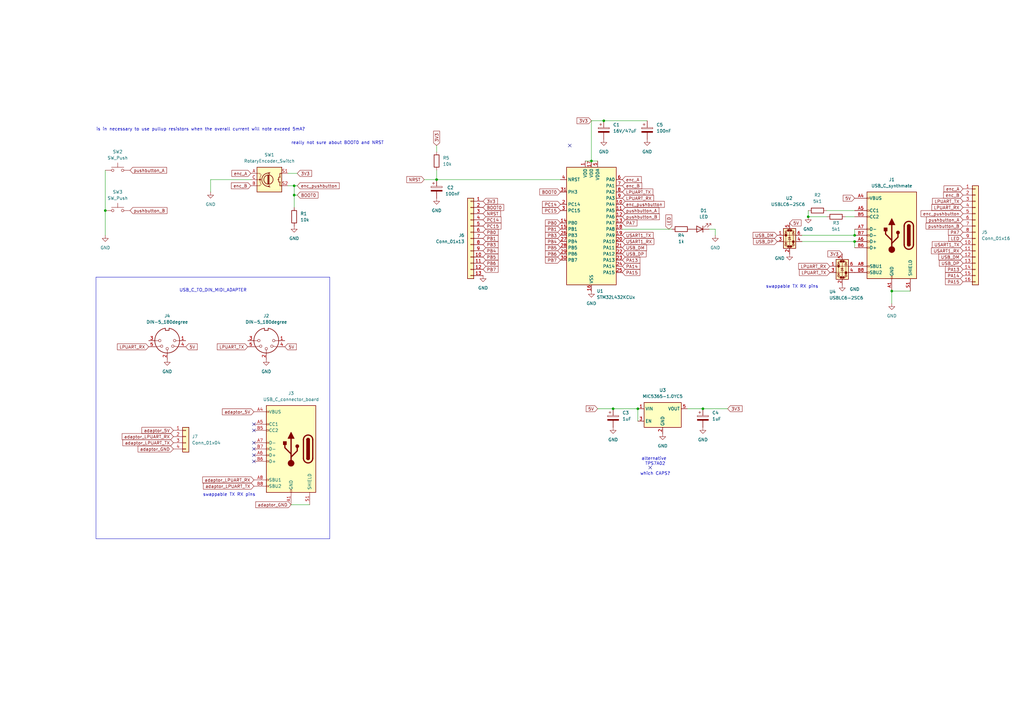
<source format=kicad_sch>
(kicad_sch (version 20250114) (generator "eeschema") (generator_version "9.0")
  (paper "A3")
  (lib_symbols
    (symbol "Connector:DIN-5_180degree" (pin_names (offset 1.016))
      (property "Reference" "J" (at 3.175 5.715 0))
      (property "Value" "DIN-5_180degree" (at 0 -6.35 0))
      (symbol "DIN-5_180degree_0_1"
        (polyline (pts (xy -5.08 2.54) (xy -4.318 2.54) (xy -2.794 2.286)))
        (polyline (pts (xy -5.08 0) (xy -3.556 0)))
        (circle (center -3.048 0) (radius 0.508))
        (circle (center -2.286 2.286) (radius 0.508))
        (polyline (pts (xy -0.762 -4.953) (xy -0.762 -4.191) (xy 0.762 -4.191) (xy 0.762 -4.953)) (stroke (width 0.254)))
        (arc (start 5.08 0) (mid 3.8673 -3.3444) (end 0.762 -5.08) (stroke (width 0.254)))
        (polyline (pts (xy 0 5.08) (xy 0 3.81)))
        (circle (center 0 3.302) (radius 0.508))
        (arc (start -5.08 0) (mid 0 5.0579) (end 5.08 0) (stroke (width 0.254)))
        (arc (start -0.762 -5.08) (mid -3.8597 -3.3379) (end -5.08 0) (stroke (width 0.254)))
        (circle (center 2.286 2.286) (radius 0.508))
        (circle (center 3.048 0) (radius 0.508))
        (polyline (pts (xy 5.08 2.54) (xy 4.318 2.54) (xy 2.794 2.286)))
        (polyline (pts (xy 5.08 0) (xy 3.556 0)))
      )
      (symbol "DIN-5_180degree_1_1"
        (pin passive line (at -7.62 2.54 0) (length 2.54) (name "~") (number "4"))
        (pin passive line (at -7.62 0 0) (length 2.54) (name "~") (number "1"))
        (pin passive line (at 0 7.62 270) (length 2.54) (name "~") (number "2"))
        (pin passive line (at 7.62 2.54 180) (length 2.54) (name "~") (number "5"))
        (pin passive line (at 7.62 0 180) (length 2.54) (name "~") (number "3"))
      )
    )
    (symbol "Connector:USB_C_Receptacle_USB2.0_16P" (pin_names (offset 1.016))
      (property "Reference" "J" (at 0 22.225 0))
      (property "Value" "USB_C_Receptacle_USB2.0_16P" (at 0 19.685 0))
      (symbol "USB_C_Receptacle_USB2.0_16P_0_0"
        (rectangle (start -0.254 -17.78) (end 0.254 -16.764))
        (rectangle (start 10.16 15.494) (end 9.144 14.986))
        (rectangle (start 10.16 10.414) (end 9.144 9.906))
        (rectangle (start 10.16 7.874) (end 9.144 7.366))
        (rectangle (start 10.16 2.794) (end 9.144 2.286))
        (rectangle (start 10.16 0.254) (end 9.144 -0.254))
        (rectangle (start 10.16 -2.286) (end 9.144 -2.794))
        (rectangle (start 10.16 -4.826) (end 9.144 -5.334))
        (rectangle (start 10.16 -12.446) (end 9.144 -12.954))
        (rectangle (start 10.16 -14.986) (end 9.144 -15.494))
      )
      (symbol "USB_C_Receptacle_USB2.0_16P_0_1"
        (rectangle (start -10.16 17.78) (end 10.16 -17.78) (stroke (width 0.254)) (fill (type background)))
        (polyline (pts (xy -8.89 -3.81) (xy -8.89 3.81)) (stroke (width 0.508)))
        (rectangle (start -7.62 -3.81) (end -6.35 3.81) (stroke (width 0.254)) (fill (type outline)))
        (arc (start -7.62 3.81) (mid -6.985 4.4423) (end -6.35 3.81) (stroke (width 0.254)))
        (arc (start -7.62 3.81) (mid -6.985 4.4423) (end -6.35 3.81) (stroke (width 0.254)) (fill (type outline)))
        (arc (start -8.89 3.81) (mid -6.985 5.7067) (end -5.08 3.81) (stroke (width 0.508)))
        (arc (start -5.08 -3.81) (mid -6.985 -5.7067) (end -8.89 -3.81) (stroke (width 0.508)))
        (arc (start -6.35 -3.81) (mid -6.985 -4.4423) (end -7.62 -3.81) (stroke (width 0.254)))
        (arc (start -6.35 -3.81) (mid -6.985 -4.4423) (end -7.62 -3.81) (stroke (width 0.254)) (fill (type outline)))
        (polyline (pts (xy -5.08 3.81) (xy -5.08 -3.81)) (stroke (width 0.508)))
        (circle (center -2.54 1.143) (radius 0.635) (stroke (width 0.254)) (fill (type outline)))
        (polyline (pts (xy -1.27 4.318) (xy 0 6.858) (xy 1.27 4.318) (xy -1.27 4.318)) (stroke (width 0.254)) (fill (type outline)))
        (polyline (pts (xy 0 -2.032) (xy 2.54 0.508) (xy 2.54 1.778)) (stroke (width 0.508)))
        (polyline (pts (xy 0 -3.302) (xy -2.54 -0.762) (xy -2.54 0.508)) (stroke (width 0.508)))
        (polyline (pts (xy 0 -5.842) (xy 0 4.318)) (stroke (width 0.508)))
        (circle (center 0 -5.842) (radius 1.27) (fill (type outline)))
        (rectangle (start 1.905 1.778) (end 3.175 3.048) (stroke (width 0.254)) (fill (type outline)))
      )
      (symbol "USB_C_Receptacle_USB2.0_16P_1_1"
        (pin passive line (at -7.62 -22.86 90) (length 5.08) (name "SHIELD") (number "S1"))
        (pin passive line (at 0 -22.86 90) (length 5.08) (name "GND") (number "A1"))
        (pin passive line (at 0 -22.86 90) (length 5.08) (hide yes) (name "GND") (number "A12"))
        (pin passive line (at 0 -22.86 90) (length 5.08) (hide yes) (name "GND") (number "B1"))
        (pin passive line (at 0 -22.86 90) (length 5.08) (hide yes) (name "GND") (number "B12"))
        (pin passive line (at 15.24 15.24 180) (length 5.08) (name "VBUS") (number "A4"))
        (pin passive line (at 15.24 15.24 180) (length 5.08) (hide yes) (name "VBUS") (number "A9"))
        (pin passive line (at 15.24 15.24 180) (length 5.08) (hide yes) (name "VBUS") (number "B4"))
        (pin passive line (at 15.24 15.24 180) (length 5.08) (hide yes) (name "VBUS") (number "B9"))
        (pin bidirectional line (at 15.24 10.16 180) (length 5.08) (name "CC1") (number "A5"))
        (pin bidirectional line (at 15.24 7.62 180) (length 5.08) (name "CC2") (number "B5"))
        (pin bidirectional line (at 15.24 2.54 180) (length 5.08) (name "D-") (number "A7"))
        (pin bidirectional line (at 15.24 0 180) (length 5.08) (name "D-") (number "B7"))
        (pin bidirectional line (at 15.24 -2.54 180) (length 5.08) (name "D+") (number "A6"))
        (pin bidirectional line (at 15.24 -5.08 180) (length 5.08) (name "D+") (number "B6"))
        (pin bidirectional line (at 15.24 -12.7 180) (length 5.08) (name "SBU1") (number "A8"))
        (pin bidirectional line (at 15.24 -15.24 180) (length 5.08) (name "SBU2") (number "B8"))
      )
    )
    (symbol "Connector_Generic:Conn_01x04" (pin_names (offset 1.016) (hide yes))
      (property "Reference" "J" (at 0 5.08 0))
      (property "Value" "Conn_01x04" (at 0 -7.62 0))
      (symbol "Conn_01x04_1_1"
        (rectangle (start -1.27 3.81) (end 1.27 -6.35) (stroke (width 0.254)) (fill (type background)))
        (rectangle (start -1.27 2.667) (end 0 2.413) (stroke (width 0.1524)))
        (rectangle (start -1.27 0.127) (end 0 -0.127) (stroke (width 0.1524)))
        (rectangle (start -1.27 -2.413) (end 0 -2.667) (stroke (width 0.1524)))
        (rectangle (start -1.27 -4.953) (end 0 -5.207) (stroke (width 0.1524)))
        (pin passive line (at -5.08 2.54 0) (length 3.81) (name "Pin_1") (number "1"))
        (pin passive line (at -5.08 0 0) (length 3.81) (name "Pin_2") (number "2"))
        (pin passive line (at -5.08 -2.54 0) (length 3.81) (name "Pin_3") (number "3"))
        (pin passive line (at -5.08 -5.08 0) (length 3.81) (name "Pin_4") (number "4"))
      )
    )
    (symbol "Connector_Generic:Conn_01x13" (pin_names (offset 1.016) (hide yes))
      (property "Reference" "J" (at 0 17.78 0))
      (property "Value" "Conn_01x13" (at 0 -17.78 0))
      (symbol "Conn_01x13_1_1"
        (rectangle (start -1.27 16.51) (end 1.27 -16.51) (stroke (width 0.254)) (fill (type background)))
        (rectangle (start -1.27 15.367) (end 0 15.113) (stroke (width 0.1524)))
        (rectangle (start -1.27 12.827) (end 0 12.573) (stroke (width 0.1524)))
        (rectangle (start -1.27 10.287) (end 0 10.033) (stroke (width 0.1524)))
        (rectangle (start -1.27 7.747) (end 0 7.493) (stroke (width 0.1524)))
        (rectangle (start -1.27 5.207) (end 0 4.953) (stroke (width 0.1524)))
        (rectangle (start -1.27 2.667) (end 0 2.413) (stroke (width 0.1524)))
        (rectangle (start -1.27 0.127) (end 0 -0.127) (stroke (width 0.1524)))
        (rectangle (start -1.27 -2.413) (end 0 -2.667) (stroke (width 0.1524)))
        (rectangle (start -1.27 -4.953) (end 0 -5.207) (stroke (width 0.1524)))
        (rectangle (start -1.27 -7.493) (end 0 -7.747) (stroke (width 0.1524)))
        (rectangle (start -1.27 -10.033) (end 0 -10.287) (stroke (width 0.1524)))
        (rectangle (start -1.27 -12.573) (end 0 -12.827) (stroke (width 0.1524)))
        (rectangle (start -1.27 -15.113) (end 0 -15.367) (stroke (width 0.1524)))
        (pin passive line (at -5.08 15.24 0) (length 3.81) (name "Pin_1") (number "1"))
        (pin passive line (at -5.08 12.7 0) (length 3.81) (name "Pin_2") (number "2"))
        (pin passive line (at -5.08 10.16 0) (length 3.81) (name "Pin_3") (number "3"))
        (pin passive line (at -5.08 7.62 0) (length 3.81) (name "Pin_4") (number "4"))
        (pin passive line (at -5.08 5.08 0) (length 3.81) (name "Pin_5") (number "5"))
        (pin passive line (at -5.08 2.54 0) (length 3.81) (name "Pin_6") (number "6"))
        (pin passive line (at -5.08 0 0) (length 3.81) (name "Pin_7") (number "7"))
        (pin passive line (at -5.08 -2.54 0) (length 3.81) (name "Pin_8") (number "8"))
        (pin passive line (at -5.08 -5.08 0) (length 3.81) (name "Pin_9") (number "9"))
        (pin passive line (at -5.08 -7.62 0) (length 3.81) (name "Pin_10") (number "10"))
        (pin passive line (at -5.08 -10.16 0) (length 3.81) (name "Pin_11") (number "11"))
        (pin passive line (at -5.08 -12.7 0) (length 3.81) (name "Pin_12") (number "12"))
        (pin passive line (at -5.08 -15.24 0) (length 3.81) (name "Pin_13") (number "13"))
      )
    )
    (symbol "Connector_Generic:Conn_01x16" (pin_names (offset 1.016) (hide yes))
      (property "Reference" "J" (at 0 20.32 0))
      (property "Value" "Conn_01x16" (at 0 -22.86 0))
      (symbol "Conn_01x16_1_1"
        (rectangle (start -1.27 19.05) (end 1.27 -21.59) (stroke (width 0.254)) (fill (type background)))
        (rectangle (start -1.27 17.907) (end 0 17.653) (stroke (width 0.1524)))
        (rectangle (start -1.27 15.367) (end 0 15.113) (stroke (width 0.1524)))
        (rectangle (start -1.27 12.827) (end 0 12.573) (stroke (width 0.1524)))
        (rectangle (start -1.27 10.287) (end 0 10.033) (stroke (width 0.1524)))
        (rectangle (start -1.27 7.747) (end 0 7.493) (stroke (width 0.1524)))
        (rectangle (start -1.27 5.207) (end 0 4.953) (stroke (width 0.1524)))
        (rectangle (start -1.27 2.667) (end 0 2.413) (stroke (width 0.1524)))
        (rectangle (start -1.27 0.127) (end 0 -0.127) (stroke (width 0.1524)))
        (rectangle (start -1.27 -2.413) (end 0 -2.667) (stroke (width 0.1524)))
        (rectangle (start -1.27 -4.953) (end 0 -5.207) (stroke (width 0.1524)))
        (rectangle (start -1.27 -7.493) (end 0 -7.747) (stroke (width 0.1524)))
        (rectangle (start -1.27 -10.033) (end 0 -10.287) (stroke (width 0.1524)))
        (rectangle (start -1.27 -12.573) (end 0 -12.827) (stroke (width 0.1524)))
        (rectangle (start -1.27 -15.113) (end 0 -15.367) (stroke (width 0.1524)))
        (rectangle (start -1.27 -17.653) (end 0 -17.907) (stroke (width 0.1524)))
        (rectangle (start -1.27 -20.193) (end 0 -20.447) (stroke (width 0.1524)))
        (pin passive line (at -5.08 17.78 0) (length 3.81) (name "Pin_1") (number "1"))
        (pin passive line (at -5.08 15.24 0) (length 3.81) (name "Pin_2") (number "2"))
        (pin passive line (at -5.08 12.7 0) (length 3.81) (name "Pin_3") (number "3"))
        (pin passive line (at -5.08 10.16 0) (length 3.81) (name "Pin_4") (number "4"))
        (pin passive line (at -5.08 7.62 0) (length 3.81) (name "Pin_5") (number "5"))
        (pin passive line (at -5.08 5.08 0) (length 3.81) (name "Pin_6") (number "6"))
        (pin passive line (at -5.08 2.54 0) (length 3.81) (name "Pin_7") (number "7"))
        (pin passive line (at -5.08 0 0) (length 3.81) (name "Pin_8") (number "8"))
        (pin passive line (at -5.08 -2.54 0) (length 3.81) (name "Pin_9") (number "9"))
        (pin passive line (at -5.08 -5.08 0) (length 3.81) (name "Pin_10") (number "10"))
        (pin passive line (at -5.08 -7.62 0) (length 3.81) (name "Pin_11") (number "11"))
        (pin passive line (at -5.08 -10.16 0) (length 3.81) (name "Pin_12") (number "12"))
        (pin passive line (at -5.08 -12.7 0) (length 3.81) (name "Pin_13") (number "13"))
        (pin passive line (at -5.08 -15.24 0) (length 3.81) (name "Pin_14") (number "14"))
        (pin passive line (at -5.08 -17.78 0) (length 3.81) (name "Pin_15") (number "15"))
        (pin passive line (at -5.08 -20.32 0) (length 3.81) (name "Pin_16") (number "16"))
      )
    )
    (symbol "Device:C_Polarized" (pin_numbers (hide yes)) (pin_names (offset 0.254))
      (property "Reference" "C" (at 0.635 2.54 0))
      (property "Value" "C_Polarized" (at 0.635 -2.54 0))
      (symbol "C_Polarized_0_1"
        (rectangle (start -2.286 0.508) (end 2.286 1.016))
        (polyline (pts (xy -1.778 2.286) (xy -0.762 2.286)))
        (polyline (pts (xy -1.27 2.794) (xy -1.27 1.778)))
        (rectangle (start 2.286 -0.508) (end -2.286 -1.016) (fill (type outline)))
      )
      (symbol "C_Polarized_1_1"
        (pin passive line (at 0 3.81 270) (length 2.794) (name "~") (number "1"))
        (pin passive line (at 0 -3.81 90) (length 2.794) (name "~") (number "2"))
      )
    )
    (symbol "Device:LED" (pin_numbers (hide yes)) (pin_names (offset 1.016) (hide yes))
      (property "Reference" "D" (at 0 2.54 0))
      (property "Value" "LED" (at 0 -2.54 0))
      (symbol "LED_0_1"
        (polyline (pts (xy -3.048 -0.762) (xy -4.572 -2.286) (xy -3.81 -2.286) (xy -4.572 -2.286) (xy -4.572 -1.524)))
        (polyline (pts (xy -1.778 -0.762) (xy -3.302 -2.286) (xy -2.54 -2.286) (xy -3.302 -2.286) (xy -3.302 -1.524)))
        (polyline (pts (xy -1.27 0) (xy 1.27 0)))
        (polyline (pts (xy -1.27 -1.27) (xy -1.27 1.27)) (stroke (width 0.254)))
        (polyline (pts (xy 1.27 -1.27) (xy 1.27 1.27) (xy -1.27 0) (xy 1.27 -1.27)) (stroke (width 0.254)))
      )
      (symbol "LED_1_1"
        (pin passive line (at -3.81 0 0) (length 2.54) (name "K") (number "1"))
        (pin passive line (at 3.81 0 180) (length 2.54) (name "A") (number "2"))
      )
    )
    (symbol "Device:R" (pin_numbers (hide yes)) (pin_names (offset 0))
      (property "Reference" "R" (at 2.032 0 90))
      (property "Value" "R" (at 0 0 90))
      (symbol "R_0_1"
        (rectangle (start -1.016 -2.54) (end 1.016 2.54) (stroke (width 0.254)))
      )
      (symbol "R_1_1"
        (pin passive line (at 0 3.81 270) (length 1.27) (name "~") (number "1"))
        (pin passive line (at 0 -3.81 90) (length 1.27) (name "~") (number "2"))
      )
    )
    (symbol "Device:RotaryEncoder_Switch" (pin_names (offset 0.254) (hide yes))
      (property "Reference" "SW" (at 0 6.604 0))
      (property "Value" "RotaryEncoder_Switch" (at 0 -6.604 0))
      (symbol "RotaryEncoder_Switch_0_1"
        (rectangle (start -5.08 5.08) (end 5.08 -5.08) (stroke (width 0.254)) (fill (type background)))
        (polyline (pts (xy -5.08 2.54) (xy -3.81 2.54) (xy -3.81 2.032)))
        (polyline (pts (xy -5.08 0) (xy -3.81 0) (xy -3.81 -1.016) (xy -3.302 -2.032)))
        (polyline (pts (xy -5.08 -2.54) (xy -3.81 -2.54) (xy -3.81 -2.032)))
        (polyline (pts (xy -4.318 0) (xy -3.81 0) (xy -3.81 1.016) (xy -3.302 2.032)))
        (circle (center -3.81 0) (radius 0.254) (fill (type outline)))
        (polyline (pts (xy -0.635 -1.778) (xy -0.635 1.778)) (stroke (width 0.254)))
        (circle (center -0.381 0) (radius 1.905) (stroke (width 0.254)))
        (polyline (pts (xy -0.381 -1.778) (xy -0.381 1.778)) (stroke (width 0.254)))
        (arc (start -0.381 -2.794) (mid -3.0988 -0.0635) (end -0.381 2.667) (stroke (width 0.254)))
        (polyline (pts (xy -0.127 1.778) (xy -0.127 -1.778)) (stroke (width 0.254)))
        (polyline (pts (xy 0.254 2.921) (xy -0.508 2.667) (xy 0.127 2.286)) (stroke (width 0.254)))
        (polyline (pts (xy 0.254 -3.048) (xy -0.508 -2.794) (xy 0.127 -2.413)) (stroke (width 0.254)))
        (polyline (pts (xy 3.81 1.016) (xy 3.81 -1.016)) (stroke (width 0.254)))
        (polyline (pts (xy 3.81 0) (xy 3.429 0)) (stroke (width 0.254)))
        (circle (center 4.318 1.016) (radius 0.127) (stroke (width 0.254)))
        (circle (center 4.318 -1.016) (radius 0.127) (stroke (width 0.254)))
        (polyline (pts (xy 5.08 2.54) (xy 4.318 2.54) (xy 4.318 1.016)) (stroke (width 0.254)))
        (polyline (pts (xy 5.08 -2.54) (xy 4.318 -2.54) (xy 4.318 -1.016)) (stroke (width 0.254)))
      )
      (symbol "RotaryEncoder_Switch_1_1"
        (pin passive line (at -7.62 2.54 0) (length 2.54) (name "A") (number "A"))
        (pin passive line (at -7.62 0 0) (length 2.54) (name "C") (number "C"))
        (pin passive line (at -7.62 -2.54 0) (length 2.54) (name "B") (number "B"))
        (pin passive line (at 7.62 2.54 180) (length 2.54) (name "S1") (number "S1"))
        (pin passive line (at 7.62 -2.54 180) (length 2.54) (name "S2") (number "S2"))
      )
    )
    (symbol "MCU_ST_STM32L4:STM32L432KCUx"
      (property "Reference" "U" (at -10.16 26.67 0))
      (property "Value" "STM32L432KCUx" (at 5.08 26.67 0))
      (symbol "STM32L432KCUx_0_1"
        (rectangle (start -10.16 -22.86) (end 10.16 25.4) (stroke (width 0.254)) (fill (type background)))
      )
      (symbol "STM32L432KCUx_1_1"
        (pin input line (at -12.7 20.32 0) (length 2.54) (name "NRST") (number "4"))
        (pin bidirectional line (at -12.7 15.24 0) (length 2.54) (name "PH3") (number "31"))
        (pin bidirectional line (at -12.7 10.16 0) (length 2.54) (name "PC14") (number "2"))
        (pin bidirectional line (at -12.7 7.62 0) (length 2.54) (name "PC15") (number "3"))
        (pin bidirectional line (at -12.7 2.54 0) (length 2.54) (name "PB0") (number "14"))
        (pin bidirectional line (at -12.7 0 0) (length 2.54) (name "PB1") (number "15"))
        (pin bidirectional line (at -12.7 -2.54 0) (length 2.54) (name "PB3") (number "26"))
        (pin bidirectional line (at -12.7 -5.08 0) (length 2.54) (name "PB4") (number "27"))
        (pin bidirectional line (at -12.7 -7.62 0) (length 2.54) (name "PB5") (number "28"))
        (pin bidirectional line (at -12.7 -10.16 0) (length 2.54) (name "PB6") (number "29"))
        (pin bidirectional line (at -12.7 -12.7 0) (length 2.54) (name "PB7") (number "30"))
        (pin power_in line (at -2.54 27.94 270) (length 2.54) (name "VDD") (number "1"))
        (pin power_in line (at 0 27.94 270) (length 2.54) (name "VDD") (number "17"))
        (pin power_in line (at 0 -25.4 90) (length 2.54) (name "VSS") (number "16"))
        (pin passive line (at 0 -25.4 90) (length 2.54) (hide yes) (name "VSS") (number "32"))
        (pin passive line (at 0 -25.4 90) (length 2.54) (hide yes) (name "VSS") (number "33"))
        (pin power_in line (at 2.54 27.94 270) (length 2.54) (name "VDDA") (number "5"))
        (pin bidirectional line (at 12.7 20.32 180) (length 2.54) (name "PA0") (number "6"))
        (pin bidirectional line (at 12.7 17.78 180) (length 2.54) (name "PA1") (number "7"))
        (pin bidirectional line (at 12.7 15.24 180) (length 2.54) (name "PA2") (number "8"))
        (pin bidirectional line (at 12.7 12.7 180) (length 2.54) (name "PA3") (number "9"))
        (pin bidirectional line (at 12.7 10.16 180) (length 2.54) (name "PA4") (number "10"))
        (pin bidirectional line (at 12.7 7.62 180) (length 2.54) (name "PA5") (number "11"))
        (pin bidirectional line (at 12.7 5.08 180) (length 2.54) (name "PA6") (number "12"))
        (pin bidirectional line (at 12.7 2.54 180) (length 2.54) (name "PA7") (number "13"))
        (pin bidirectional line (at 12.7 0 180) (length 2.54) (name "PA8") (number "18"))
        (pin bidirectional line (at 12.7 -2.54 180) (length 2.54) (name "PA9") (number "19"))
        (pin bidirectional line (at 12.7 -5.08 180) (length 2.54) (name "PA10") (number "20"))
        (pin bidirectional line (at 12.7 -7.62 180) (length 2.54) (name "PA11") (number "21"))
        (pin bidirectional line (at 12.7 -10.16 180) (length 2.54) (name "PA12") (number "22"))
        (pin bidirectional line (at 12.7 -12.7 180) (length 2.54) (name "PA13") (number "23"))
        (pin bidirectional line (at 12.7 -15.24 180) (length 2.54) (name "PA14") (number "24"))
        (pin bidirectional line (at 12.7 -17.78 180) (length 2.54) (name "PA15") (number "25"))
      )
    )
    (symbol "Power_Protection:USBLC6-2SC6" (pin_names (hide yes))
      (property "Reference" "U" (at 0.635 5.715 0))
      (property "Value" "USBLC6-2SC6" (at 0.635 3.81 0))
      (symbol "USBLC6-2SC6_0_0"
        (circle (center -1.524 0) (radius 0.0001) (stroke (width 0.508)))
        (circle (center -0.508 2.032) (radius 0.0001) (stroke (width 0.508)))
        (circle (center -0.508 -4.572) (radius 0.0001) (stroke (width 0.508)))
        (circle (center 0.508 2.032) (radius 0.0001) (stroke (width 0.508)))
        (circle (center 0.508 -4.572) (radius 0.0001) (stroke (width 0.508)))
        (circle (center 1.524 -2.54) (radius 0.0001) (stroke (width 0.508)))
      )
      (symbol "USBLC6-2SC6_0_1"
        (polyline (pts (xy -2.54 0) (xy 2.54 0)))
        (polyline (pts (xy -2.54 -2.54) (xy 2.54 -2.54)))
        (polyline (pts (xy -2.032 0.508) (xy -1.016 0.508) (xy -1.524 1.524) (xy -2.032 0.508)))
        (polyline (pts (xy -2.032 -3.048) (xy -1.016 -3.048)))
        (polyline (pts (xy -1.016 1.524) (xy -2.032 1.524)))
        (polyline (pts (xy -1.016 -4.064) (xy -2.032 -4.064) (xy -1.524 -3.048) (xy -1.016 -4.064)))
        (polyline (pts (xy -0.508 -1.143) (xy -0.508 -0.762) (xy 0.508 -0.762)))
        (polyline (pts (xy 0 2.54) (xy -0.508 2.032) (xy 0.508 2.032) (xy 0 1.524) (xy 0 -4.064) (xy -0.508 -4.572) (xy 0.508 -4.572) (xy 0 -5.08)))
        (polyline (pts (xy 0.508 -1.778) (xy -0.508 -1.778) (xy 0 -0.762) (xy 0.508 -1.778)))
        (polyline (pts (xy 1.016 1.524) (xy 2.032 1.524)))
        (polyline (pts (xy 1.016 -3.048) (xy 2.032 -3.048)))
        (polyline (pts (xy 2.032 0.508) (xy 1.016 0.508) (xy 1.524 1.524) (xy 2.032 0.508)))
        (polyline (pts (xy 2.032 -4.064) (xy 1.016 -4.064) (xy 1.524 -3.048) (xy 2.032 -4.064)))
      )
      (symbol "USBLC6-2SC6_1_1"
        (rectangle (start -2.54 2.794) (end 2.54 -5.334) (stroke (width 0.254)) (fill (type background)))
        (polyline (pts (xy -0.508 2.032) (xy -1.524 2.032) (xy -1.524 -4.572) (xy -0.508 -4.572)))
        (polyline (pts (xy 0.508 -4.572) (xy 1.524 -4.572) (xy 1.524 2.032) (xy 0.508 2.032)))
        (pin passive line (at -5.08 0 0) (length 2.54) (name "I/O1") (number "1"))
        (pin passive line (at -5.08 -2.54 0) (length 2.54) (name "I/O2") (number "3"))
        (pin passive line (at 0 5.08 270) (length 2.54) (name "VBUS") (number "5"))
        (pin passive line (at 0 -7.62 90) (length 2.54) (name "GND") (number "2"))
        (pin passive line (at 5.08 0 180) (length 2.54) (name "I/O1") (number "6"))
        (pin passive line (at 5.08 -2.54 180) (length 2.54) (name "I/O2") (number "4"))
      )
    )
    (symbol "Regulator_Linear:MIC5365-1.0YC5"
      (property "Reference" "U" (at -6.35 6.35 0))
      (property "Value" "MIC5365-1.0YC5" (at 0 6.35 0))
      (symbol "MIC5365-1.0YC5_0_1"
        (rectangle (start -7.62 -5.08) (end 7.62 5.08) (stroke (width 0.254)) (fill (type background)))
      )
      (symbol "MIC5365-1.0YC5_1_1"
        (pin power_in line (at -10.16 2.54 0) (length 2.54) (name "VIN") (number "1"))
        (pin input line (at -10.16 -2.54 0) (length 2.54) (name "EN") (number "3"))
        (pin power_in line (at 0 -7.62 90) (length 2.54) (name "GND") (number "2"))
        (pin no_connect line (at 7.62 -2.54 180) (length 2.54) (hide yes) (name "NC") (number "4"))
        (pin power_out line (at 10.16 2.54 180) (length 2.54) (name "VOUT") (number "5"))
      )
    )
    (symbol "Switch:SW_Push" (pin_numbers (hide yes)) (pin_names (offset 1.016) (hide yes))
      (property "Reference" "SW" (at 1.27 2.54 0))
      (property "Value" "SW_Push" (at 0 -1.524 0))
      (symbol "SW_Push_0_1"
        (circle (center -2.032 0) (radius 0.508))
        (polyline (pts (xy 0 1.27) (xy 0 3.048)))
        (circle (center 2.032 0) (radius 0.508))
        (polyline (pts (xy 2.54 1.27) (xy -2.54 1.27)))
        (pin passive line (at -5.08 0 0) (length 2.54) (name "1") (number "1"))
        (pin passive line (at 5.08 0 180) (length 2.54) (name "2") (number "2"))
      )
    )
    (symbol "power:GND" (power) (pin_numbers (hide yes)) (pin_names (offset 0) (hide yes))
      (property "Value" "GND" (at 0 -3.81 0))
      (symbol "GND_0_1"
        (polyline (pts (xy 0 0) (xy 0 -1.27) (xy 1.27 -1.27) (xy 0 -2.54) (xy -1.27 -1.27) (xy 0 -1.27)))
      )
      (symbol "GND_1_1"
        (pin power_in line (at 0 0 270) (length 0) (name "~") (number "1"))
      )
    )
  )
  (rectangle (start 39.37 113.665) (end 135.255 220.98))
  (text "really not sure about BOOT0 and NRST\n\n" (at 138.43 59.69 0) (effects (font (size 1.27 1.27))))
  (text "swappable TX RX pins\n" (at 93.98 202.946 0) (effects (font (size 1.27 1.27))))
  (text "alternative \nTPS7A02\n\nwhich CAPS?\n" (at 268.732 191.262 0) (effects (font (size 1.27 1.27))))
  (text "is in necessary to use pullup resistors when the overall current will note exceed 5mA?\n" (at 82.296 53.086 0) (effects (font (size 1.27 1.27))))
  (text "USB_C_TO_DIN_MIDI_ADAPTER" (at 87.376 119.126 0) (effects (font (size 1.27 1.27))))
  (text "swappable TX RX pins\n" (at 324.866 117.602 0) (effects (font (size 1.27 1.27))))
  (junction (at 331.47 88.9))
  (junction (at 350.52 96.52))
  (junction (at 120.65 80.01))
  (junction (at 288.29 167.64))
  (junction (at 179.07 73.66))
  (junction (at 350.52 99.06))
  (junction (at 242.57 66.04))
  (junction (at 365.76 119.38))
  (junction (at 261.62 167.64))
  (junction (at 251.46 167.64))
  (junction (at 43.18 86.36))
  (junction (at 120.65 76.2))
  (junction (at 247.65 49.53))
  (no_connect (at 104.14 186.69))
  (no_connect (at 104.14 181.61))
  (no_connect (at 104.14 184.15))
  (no_connect (at 104.14 189.23))
  (no_connect (at 266.7 191.77))
  (no_connect (at 104.14 173.99))
  (no_connect (at 104.14 176.53))
  (no_connect (at 233.68 59.69))
  (wire (pts (xy 43.18 69.85) (xy 43.18 86.36)))
  (wire (pts (xy 120.65 80.01) (xy 120.65 85.09)))
  (wire (pts (xy 43.18 86.36) (xy 43.18 96.52)))
  (wire (pts (xy 102.87 73.66) (xy 86.36 73.66)))
  (wire (pts (xy 350.52 93.98) (xy 350.52 96.52)))
  (wire (pts (xy 179.07 59.69) (xy 179.07 62.23)))
  (wire (pts (xy 121.92 76.2) (xy 120.65 76.2)))
  (wire (pts (xy 179.07 69.85) (xy 179.07 73.66)))
  (wire (pts (xy 339.09 88.9) (xy 331.47 88.9)))
  (wire (pts (xy 247.65 49.53) (xy 265.43 49.53)))
  (wire (pts (xy 255.27 93.98) (xy 275.59 93.98)))
  (wire (pts (xy 350.52 99.06) (xy 350.52 101.6)))
  (wire (pts (xy 240.03 66.04) (xy 242.57 66.04)))
  (wire (pts (xy 290.83 93.98) (xy 293.37 93.98)))
  (wire (pts (xy 365.76 119.38) (xy 373.38 119.38)))
  (wire (pts (xy 86.36 73.66) (xy 86.36 78.74)))
  (wire (pts (xy 121.92 71.12) (xy 118.11 71.12)))
  (wire (pts (xy 346.71 88.9) (xy 350.52 88.9)))
  (wire (pts (xy 173.99 73.66) (xy 179.07 73.66)))
  (wire (pts (xy 281.94 167.64) (xy 288.29 167.64)))
  (wire (pts (xy 328.93 99.06) (xy 350.52 99.06)))
  (wire (pts (xy 251.46 167.64) (xy 261.62 167.64)))
  (wire (pts (xy 242.57 66.04) (xy 245.11 66.04)))
  (wire (pts (xy 365.76 124.46) (xy 365.76 119.38)))
  (wire (pts (xy 179.07 73.66) (xy 229.87 73.66)))
  (wire (pts (xy 261.62 167.64) (xy 261.62 172.72)))
  (wire (pts (xy 339.09 86.36) (xy 350.52 86.36)))
  (wire (pts (xy 119.38 207.01) (xy 127 207.01)))
  (wire (pts (xy 242.57 49.53) (xy 242.57 66.04)))
  (wire (pts (xy 118.11 76.2) (xy 120.65 76.2)))
  (wire (pts (xy 247.65 49.53) (xy 242.57 49.53)))
  (wire (pts (xy 331.47 88.9) (xy 331.47 86.36)))
  (wire (pts (xy 245.11 167.64) (xy 251.46 167.64)))
  (wire (pts (xy 121.92 80.01) (xy 120.65 80.01)))
  (wire (pts (xy 120.65 76.2) (xy 120.65 80.01)))
  (wire (pts (xy 293.37 93.98) (xy 293.37 96.52)))
  (wire (pts (xy 328.93 96.52) (xy 350.52 96.52)))
  (wire (pts (xy 288.29 167.64) (xy 298.45 167.64)))
  (global_label "pushbutton_B" (shape input) (at 394.97 92.71 180) (property "Intersheetrefs" "${INTERSHEET_REFS}" (effects (hide yes))))
  (global_label "PB1" (shape input) (at 198.12 97.79 0) (property "Intersheetrefs" "${INTERSHEET_REFS}" (effects (hide yes))))
  (global_label "LED" (shape input) (at 394.97 97.79 180) (property "Intersheetrefs" "${INTERSHEET_REFS}" (effects (hide yes))))
  (global_label "LED" (shape input) (at 274.32 93.98 90) (property "Intersheetrefs" "${INTERSHEET_REFS}" (effects (hide yes))))
  (global_label "PA7" (shape input) (at 394.97 95.25 180) (property "Intersheetrefs" "${INTERSHEET_REFS}" (effects (hide yes))))
  (global_label "5V" (shape input) (at 76.2 142.24 0) (property "Intersheetrefs" "${INTERSHEET_REFS}" (effects (hide yes))))
  (global_label "pushbutton_A" (shape input) (at 394.97 90.17 180) (property "Intersheetrefs" "${INTERSHEET_REFS}" (effects (hide yes))))
  (global_label "PB1" (shape input) (at 229.87 93.98 180) (property "Intersheetrefs" "${INTERSHEET_REFS}" (effects (hide yes))))
  (global_label "PB5" (shape input) (at 198.12 105.41 0) (property "Intersheetrefs" "${INTERSHEET_REFS}" (effects (hide yes))))
  (global_label "LPUART_RX" (shape input) (at 340.36 109.22 180) (property "Intersheetrefs" "${INTERSHEET_REFS}" (effects (hide yes))))
  (global_label "USB_DP" (shape input) (at 255.27 104.14 0) (property "Intersheetrefs" "${INTERSHEET_REFS}" (effects (hide yes))))
  (global_label "enc_pushbutton" (shape input) (at 121.92 76.2 0) (property "Intersheetrefs" "${INTERSHEET_REFS}" (effects (hide yes))))
  (global_label "3V3" (shape input) (at 121.92 71.12 0) (property "Intersheetrefs" "${INTERSHEET_REFS}" (effects (hide yes))))
  (global_label "NRST" (shape input) (at 198.12 87.63 0) (property "Intersheetrefs" "${INTERSHEET_REFS}" (effects (hide yes))))
  (global_label "PC15" (shape input) (at 229.87 86.36 180) (property "Intersheetrefs" "${INTERSHEET_REFS}" (effects (hide yes))))
  (global_label "PB3" (shape input) (at 229.87 96.52 180) (property "Intersheetrefs" "${INTERSHEET_REFS}" (effects (hide yes))))
  (global_label "LPUART_TX" (shape input) (at 255.27 78.74 0) (property "Intersheetrefs" "${INTERSHEET_REFS}" (effects (hide yes))))
  (global_label "adaptor_5V" (shape input) (at 104.14 168.91 180) (property "Intersheetrefs" "${INTERSHEET_REFS}" (effects (hide yes))))
  (global_label "adaptor_LPUART_RX" (shape input) (at 104.14 196.85 180) (property "Intersheetrefs" "${INTERSHEET_REFS}" (effects (hide yes))))
  (global_label "BOOT0" (shape input) (at 198.12 85.09 0) (property "Intersheetrefs" "${INTERSHEET_REFS}" (effects (hide yes))))
  (global_label "USB_DP" (shape input) (at 318.77 99.06 180) (property "Intersheetrefs" "${INTERSHEET_REFS}" (effects (hide yes))))
  (global_label "enc_B" (shape input) (at 102.87 76.2 180) (property "Intersheetrefs" "${INTERSHEET_REFS}" (effects (hide yes))))
  (global_label "enc_pushbutton" (shape input) (at 255.27 83.82 0) (property "Intersheetrefs" "${INTERSHEET_REFS}" (effects (hide yes))))
  (global_label "BOOT0" (shape input) (at 229.87 78.74 180) (property "Intersheetrefs" "${INTERSHEET_REFS}" (effects (hide yes))))
  (global_label "PB4" (shape input) (at 229.87 99.06 180) (property "Intersheetrefs" "${INTERSHEET_REFS}" (effects (hide yes))))
  (global_label "PA13" (shape input) (at 394.97 110.49 180) (property "Intersheetrefs" "${INTERSHEET_REFS}" (effects (hide yes))))
  (global_label "BOOT0" (shape input) (at 121.92 80.01 0) (property "Intersheetrefs" "${INTERSHEET_REFS}" (effects (hide yes))))
  (global_label "PA15" (shape input) (at 394.97 115.57 180) (property "Intersheetrefs" "${INTERSHEET_REFS}" (effects (hide yes))))
  (global_label "adaptor_GND" (shape input) (at 71.12 184.15 180) (property "Intersheetrefs" "${INTERSHEET_REFS}" (effects (hide yes))))
  (global_label "LPUART_TX" (shape input) (at 101.6 142.24 180) (property "Intersheetrefs" "${INTERSHEET_REFS}" (effects (hide yes))))
  (global_label "PC14" (shape input) (at 229.87 83.82 180) (property "Intersheetrefs" "${INTERSHEET_REFS}" (effects (hide yes))))
  (global_label "PB0" (shape input) (at 229.87 91.44 180) (property "Intersheetrefs" "${INTERSHEET_REFS}" (effects (hide yes))))
  (global_label "5V" (shape input) (at 116.84 142.24 0) (property "Intersheetrefs" "${INTERSHEET_REFS}" (effects (hide yes))))
  (global_label "adaptor_LPUART_TX" (shape input) (at 71.12 181.61 180) (property "Intersheetrefs" "${INTERSHEET_REFS}" (effects (hide yes))))
  (global_label "3V3" (shape input) (at 298.45 167.64 0) (property "Intersheetrefs" "${INTERSHEET_REFS}" (effects (hide yes))))
  (global_label "LPUART_TX" (shape input) (at 340.36 111.76 180) (property "Intersheetrefs" "${INTERSHEET_REFS}" (effects (hide yes))))
  (global_label "3V3" (shape input) (at 179.07 59.69 90) (property "Intersheetrefs" "${INTERSHEET_REFS}" (effects (hide yes))))
  (global_label "PB0" (shape input) (at 198.12 95.25 0) (property "Intersheetrefs" "${INTERSHEET_REFS}" (effects (hide yes))))
  (global_label "PA13" (shape input) (at 255.27 106.68 0) (property "Intersheetrefs" "${INTERSHEET_REFS}" (effects (hide yes))))
  (global_label "USART1_RX" (shape input) (at 394.97 102.87 180) (property "Intersheetrefs" "${INTERSHEET_REFS}" (effects (hide yes))))
  (global_label "enc_B" (shape input) (at 255.27 76.2 0) (property "Intersheetrefs" "${INTERSHEET_REFS}" (effects (hide yes))))
  (global_label "USB_DM" (shape input) (at 394.97 105.41 180) (property "Intersheetrefs" "${INTERSHEET_REFS}" (effects (hide yes))))
  (global_label "LPUART_RX" (shape input) (at 255.27 81.28 0) (property "Intersheetrefs" "${INTERSHEET_REFS}" (effects (hide yes))))
  (global_label "USART1_RX" (shape input) (at 255.27 99.06 0) (property "Intersheetrefs" "${INTERSHEET_REFS}" (effects (hide yes))))
  (global_label "pushbutton_A" (shape input) (at 53.34 69.85 0) (property "Intersheetrefs" "${INTERSHEET_REFS}" (effects (hide yes))))
  (global_label "NRST" (shape input) (at 173.99 73.66 180) (property "Intersheetrefs" "${INTERSHEET_REFS}" (effects (hide yes))))
  (global_label "pushbutton_A" (shape input) (at 255.27 86.36 0) (property "Intersheetrefs" "${INTERSHEET_REFS}" (effects (hide yes))))
  (global_label "pushbutton_B" (shape input) (at 255.27 88.9 0) (property "Intersheetrefs" "${INTERSHEET_REFS}" (effects (hide yes))))
  (global_label "LPUART_RX" (shape input) (at 60.96 142.24 180) (property "Intersheetrefs" "${INTERSHEET_REFS}" (effects (hide yes))))
  (global_label "enc_A" (shape input) (at 255.27 73.66 0) (property "Intersheetrefs" "${INTERSHEET_REFS}" (effects (hide yes))))
  (global_label "5V" (shape input) (at 323.85 91.44 0) (property "Intersheetrefs" "${INTERSHEET_REFS}" (effects (hide yes))))
  (global_label "enc_A" (shape input) (at 102.87 71.12 180) (property "Intersheetrefs" "${INTERSHEET_REFS}" (effects (hide yes))))
  (global_label "PB4" (shape input) (at 198.12 102.87 0) (property "Intersheetrefs" "${INTERSHEET_REFS}" (effects (hide yes))))
  (global_label "USB_DM" (shape input) (at 255.27 101.6 0) (property "Intersheetrefs" "${INTERSHEET_REFS}" (effects (hide yes))))
  (global_label "PA7" (shape input) (at 255.27 91.44 0) (property "Intersheetrefs" "${INTERSHEET_REFS}" (effects (hide yes))))
  (global_label "USART1_TX" (shape input) (at 255.27 96.52 0) (property "Intersheetrefs" "${INTERSHEET_REFS}" (effects (hide yes))))
  (global_label "PC15" (shape input) (at 198.12 92.71 0) (property "Intersheetrefs" "${INTERSHEET_REFS}" (effects (hide yes))))
  (global_label "enc_pushbutton" (shape input) (at 394.97 87.63 180) (property "Intersheetrefs" "${INTERSHEET_REFS}" (effects (hide yes))))
  (global_label "PA14" (shape input) (at 255.27 109.22 0) (property "Intersheetrefs" "${INTERSHEET_REFS}" (effects (hide yes))))
  (global_label "adaptor_LPUART_TX" (shape input) (at 104.14 199.39 180) (property "Intersheetrefs" "${INTERSHEET_REFS}" (effects (hide yes))))
  (global_label "5V" (shape input) (at 350.52 81.28 180) (property "Intersheetrefs" "${INTERSHEET_REFS}" (effects (hide yes))))
  (global_label "5V" (shape input) (at 245.11 167.64 180) (property "Intersheetrefs" "${INTERSHEET_REFS}" (effects (hide yes))))
  (global_label "PA15" (shape input) (at 255.27 111.76 0) (property "Intersheetrefs" "${INTERSHEET_REFS}" (effects (hide yes))))
  (global_label "adaptor_GND" (shape input) (at 119.38 207.01 180) (property "Intersheetrefs" "${INTERSHEET_REFS}" (effects (hide yes))))
  (global_label "PB5" (shape input) (at 229.87 101.6 180) (property "Intersheetrefs" "${INTERSHEET_REFS}" (effects (hide yes))))
  (global_label "USB_DM" (shape input) (at 318.77 96.52 180) (property "Intersheetrefs" "${INTERSHEET_REFS}" (effects (hide yes))))
  (global_label "PB6" (shape input) (at 198.12 107.95 0) (property "Intersheetrefs" "${INTERSHEET_REFS}" (effects (hide yes))))
  (global_label "PB3" (shape input) (at 198.12 100.33 0) (property "Intersheetrefs" "${INTERSHEET_REFS}" (effects (hide yes))))
  (global_label "USB_DP" (shape input) (at 394.97 107.95 180) (property "Intersheetrefs" "${INTERSHEET_REFS}" (effects (hide yes))))
  (global_label "PB6" (shape input) (at 229.87 104.14 180) (property "Intersheetrefs" "${INTERSHEET_REFS}" (effects (hide yes))))
  (global_label "enc_A" (shape input) (at 394.97 77.47 180) (property "Intersheetrefs" "${INTERSHEET_REFS}" (effects (hide yes))))
  (global_label "LPUART_RX" (shape input) (at 394.97 85.09 180) (property "Intersheetrefs" "${INTERSHEET_REFS}" (effects (hide yes))))
  (global_label "PB7" (shape input) (at 229.87 106.68 180) (property "Intersheetrefs" "${INTERSHEET_REFS}" (effects (hide yes))))
  (global_label "3V3" (shape input) (at 345.44 104.14 180) (property "Intersheetrefs" "${INTERSHEET_REFS}" (effects (hide yes))))
  (global_label "enc_B" (shape input) (at 394.97 80.01 180) (property "Intersheetrefs" "${INTERSHEET_REFS}" (effects (hide yes))))
  (global_label "PA14" (shape input) (at 394.97 113.03 180) (property "Intersheetrefs" "${INTERSHEET_REFS}" (effects (hide yes))))
  (global_label "PB7" (shape input) (at 198.12 110.49 0) (property "Intersheetrefs" "${INTERSHEET_REFS}" (effects (hide yes))))
  (global_label "adaptor_LPUART_RX" (shape input) (at 71.12 179.07 180) (property "Intersheetrefs" "${INTERSHEET_REFS}" (effects (hide yes))))
  (global_label "USART1_TX" (shape input) (at 394.97 100.33 180) (property "Intersheetrefs" "${INTERSHEET_REFS}" (effects (hide yes))))
  (global_label "PC14" (shape input) (at 198.12 90.17 0) (property "Intersheetrefs" "${INTERSHEET_REFS}" (effects (hide yes))))
  (global_label "3V3" (shape input) (at 198.12 82.55 0) (property "Intersheetrefs" "${INTERSHEET_REFS}" (effects (hide yes))))
  (global_label "pushbutton_B" (shape input) (at 53.34 86.36 0) (property "Intersheetrefs" "${INTERSHEET_REFS}" (effects (hide yes))))
  (global_label "adaptor_5V" (shape input) (at 71.12 176.53 180) (property "Intersheetrefs" "${INTERSHEET_REFS}" (effects (hide yes))))
  (global_label "3V3" (shape input) (at 242.57 49.53 180) (property "Intersheetrefs" "${INTERSHEET_REFS}" (effects (hide yes))))
  (global_label "LPUART_TX" (shape input) (at 394.97 82.55 180) (property "Intersheetrefs" "${INTERSHEET_REFS}" (effects (hide yes))))
  (symbol (lib_id "Connector_Generic:Conn_01x04") (at 76.2 179.07 0) (unit 1)
    (property "Reference" "J7" (at 78.74 179.0699 0) (effects (justify left)))
    (property "Value" "Conn_01x04" (at 78.74 181.6099 0) (effects (justify left)))
    (property "Footprint" "Connector_PinSocket_2.54mm:PinSocket_1x04_P2.54mm_Vertical" (effects (hide yes)))
    (property "Description" "Generic connector, single row, 01x04, script generated (kicad-library-utils/schlib/autogen/connector/)" (effects (hide yes)))
  )
  (symbol (lib_id "power:GND") (at 86.36 78.74 0) (unit 1)
    (property "Reference" "#PWR06" (effects (hide yes)))
    (property "Value" "GND" (at 86.36 83.82 0))
    (property "Description" "Power symbol creates a global label with name \"GND\" , ground" (effects (hide yes)))
  )
  (symbol (lib_id "Device:C_Polarized") (at 251.46 171.45 0) (unit 1)
    (property "Reference" "C3" (at 255.27 169.2909 0) (effects (justify left)))
    (property "Value" "1uF" (at 255.27 171.8309 0) (effects (justify left)))
    (property "Footprint" "Capacitor_SMD:C_1206_3216Metric" (effects (hide yes)))
    (property "Description" "Polarized capacitor" (effects (hide yes)))
  )
  (symbol (lib_id "Device:C_Polarized") (at 179.07 77.47 0) (unit 1)
    (property "Reference" "C2" (at 183.388 76.962 0) (effects (justify left)))
    (property "Value" "100nF" (at 182.626 79.502 0) (effects (justify left)))
    (property "Footprint" "Capacitor_SMD:C_1206_3216Metric" (effects (hide yes)))
    (property "Description" "Polarized capacitor" (effects (hide yes)))
  )
  (symbol (lib_id "Device:R") (at 279.4 93.98 90) (unit 1)
    (property "Reference" "R4" (at 279.4 96.52 90))
    (property "Value" "1k" (at 279.4 99.06 90))
    (property "Footprint" "Resistor_SMD:R_0805_2012Metric_Pad1.20x1.40mm_HandSolder" (effects (hide yes)))
    (property "Description" "Resistor" (effects (hide yes)))
  )
  (symbol (lib_id "power:GND") (at 265.43 57.15 0) (unit 1)
    (property "Reference" "#PWR020" (effects (hide yes)))
    (property "Value" "GND" (at 265.43 62.23 0))
    (property "Description" "Power symbol creates a global label with name \"GND\" , ground" (effects (hide yes)))
  )
  (symbol (lib_id "MCU_ST_STM32L4:STM32L432KCUx") (at 242.57 93.98 0) (unit 1)
    (property "Reference" "U1" (at 244.7133 119.38 0) (effects (justify left)))
    (property "Value" "STM32L432KCUx" (at 244.7133 121.92 0) (effects (justify left)))
    (property "Footprint" "Package_DFN_QFN:QFN-32-1EP_5x5mm_P0.5mm_EP3.45x3.45mm" (effects (hide yes)))
    (property "Datasheet" "https://www.st.com/resource/en/datasheet/stm32l432kc.pdf" (effects (hide yes)))
    (property "Description" "STMicroelectronics Arm Cortex-M4 MCU, 256KB flash, 64KB RAM, 80 MHz, 1.71-3.6V, 26 GPIO, UFQFPN32" (effects (hide yes)))
  )
  (symbol (lib_id "power:GND") (at 247.65 57.15 0) (unit 1)
    (property "Reference" "#PWR04" (effects (hide yes)))
    (property "Value" "GND" (at 247.65 62.23 0))
    (property "Description" "Power symbol creates a global label with name \"GND\" , ground" (effects (hide yes)))
  )
  (symbol (lib_id "Power_Protection:USBLC6-2SC6") (at 323.85 96.52 0) (unit 1)
    (property "Reference" "U2" (at 322.326 81.28 0) (effects (justify left)))
    (property "Value" "USBLC6-2SC6" (at 316.23 83.82 0) (effects (justify left)))
    (property "Footprint" "Package_TO_SOT_SMD:SOT-23-6" (effects (hide yes)))
    (property "Datasheet" "https://www.st.com/resource/en/datasheet/usblc6-2.pdf" (effects (hide yes)))
    (property "Description" "Very low capacitance ESD protection diode, 2 data-line, SOT-23-6" (effects (hide yes)))
  )
  (symbol (lib_id "power:GND") (at 323.85 104.14 0) (unit 1)
    (property "Reference" "#PWR015" (effects (hide yes)))
    (property "Value" "GND" (at 319.786 105.918 0))
    (property "Description" "Power symbol creates a global label with name \"GND\" , ground" (effects (hide yes)))
  )
  (symbol (lib_id "power:GND") (at 293.37 96.52 0) (unit 1)
    (property "Reference" "#PWR012" (effects (hide yes)))
    (property "Value" "GND" (at 293.37 101.6 0))
    (property "Description" "Power symbol creates a global label with name \"GND\" , ground" (effects (hide yes)))
  )
  (symbol (lib_id "Connector:USB_C_Receptacle_USB2.0_16P") (at 365.76 96.52 0) (mirror y) (unit 1)
    (property "Reference" "J1" (at 365.76 73.66 0))
    (property "Value" "USB_C_synthmate" (at 365.76 76.2 0))
    (property "Footprint" "Connector_USB:USB_C_Receptacle_GCT_USB4105-xx-A_16P_TopMnt_Horizontal" (effects (hide yes)))
    (property "Datasheet" "https://www.usb.org/sites/default/files/documents/usb_type-c.zip" (effects (hide yes)))
    (property "Description" "C2765186" (effects (hide yes)))
  )
  (symbol (lib_id "Device:C_Polarized") (at 265.43 53.34 0) (unit 1)
    (property "Reference" "C5" (at 269.24 51.1809 0) (effects (justify left)))
    (property "Value" "100nF" (at 269.24 53.7209 0) (effects (justify left)))
    (property "Footprint" "Capacitor_SMD:C_1206_3216Metric" (effects (hide yes)))
    (property "Description" "Polarized capacitor" (effects (hide yes)))
  )
  (symbol (lib_id "power:GND") (at 68.58 147.32 0) (unit 1)
    (property "Reference" "#PWR010" (effects (hide yes)))
    (property "Value" "GND" (at 68.58 152.4 0))
    (property "Description" "Power symbol creates a global label with name \"GND\" , ground" (effects (hide yes)))
  )
  (symbol (lib_id "power:GND") (at 120.65 92.71 0) (unit 1)
    (property "Reference" "#PWR09" (effects (hide yes)))
    (property "Value" "GND" (at 120.65 97.79 0))
    (property "Description" "Power symbol creates a global label with name \"GND\" , ground" (effects (hide yes)))
  )
  (symbol (lib_id "Device:R") (at 120.65 88.9 180) (unit 1)
    (property "Reference" "R1" (at 123.19 87.6299 0) (effects (justify right)))
    (property "Value" "10k" (at 123.19 90.1699 0) (effects (justify right)))
    (property "Footprint" "Resistor_SMD:R_0805_2012Metric_Pad1.20x1.40mm_HandSolder" (effects (hide yes)))
    (property "Description" "Resistor" (effects (hide yes)))
  )
  (symbol (lib_id "Device:R") (at 342.9 88.9 90) (unit 1)
    (property "Reference" "R3" (at 342.9 91.44 90))
    (property "Value" "5k1" (at 342.9 93.98 90))
    (property "Footprint" "Resistor_SMD:R_0805_2012Metric_Pad1.20x1.40mm_HandSolder" (effects (hide yes)))
    (property "Description" "Resistor" (effects (hide yes)))
  )
  (symbol (lib_id "Connector:DIN-5_180degree") (at 109.22 139.7 180) (unit 1)
    (property "Reference" "J2" (at 109.2199 129.54 0))
    (property "Value" "DIN-5_180degree" (at 109.2199 132.08 0))
    (property "Datasheet" "http://www.mouser.com/ds/2/18/40_c091_abd_e-75918.pdf" (effects (hide yes)))
    (property "Description" "5-pin DIN connector (5-pin DIN-5 stereo)" (effects (hide yes)))
  )
  (symbol (lib_id "Connector_Generic:Conn_01x13") (at 193.04 97.79 0) (mirror y) (unit 1)
    (property "Reference" "J6" (at 190.5 96.5199 0) (effects (justify left)))
    (property "Value" "Conn_01x13" (at 190.5 99.0599 0) (effects (justify left)))
    (property "Footprint" "Connector_PinSocket_2.54mm:PinSocket_1x13_P2.54mm_Vertical" (effects (hide yes)))
    (property "Description" "Generic connector, single row, 01x13, script generated (kicad-library-utils/schlib/autogen/connector/)" (effects (hide yes)))
  )
  (symbol (lib_id "Regulator_Linear:MIC5365-1.0YC5") (at 271.78 170.18 0) (unit 1)
    (property "Reference" "U3" (at 271.78 160.02 0))
    (property "Value" "MIC5365-1.0YC5" (at 271.78 162.56 0))
    (property "Footprint" "Package_TO_SOT_SMD:SOT-353_SC-70-5" (effects (hide yes)))
    (property "Datasheet" "https://ww1.microchip.com/downloads/aemDocuments/documents/APID/ProductDocuments/DataSheets/MIC5365-6-High-Performance-Single-150mA-LDO-DS20006605A.pdf" (effects (hide yes)))
    (property "Description" "150mA Low-dropout Voltage Regulator, Vout 1.0V, Vin up to 5.5V, SC-70-5" (effects (hide yes)))
  )
  (symbol (lib_id "power:GND") (at 288.29 175.26 0) (unit 1)
    (property "Reference" "#PWR019" (effects (hide yes)))
    (property "Value" "GND" (at 288.29 180.34 0))
    (property "Description" "Power symbol creates a global label with name \"GND\" , ground" (effects (hide yes)))
  )
  (symbol (lib_id "power:GND") (at 198.12 113.03 0) (unit 1)
    (property "Reference" "#PWR014" (effects (hide yes)))
    (property "Value" "GND" (at 198.12 118.11 0))
    (property "Description" "Power symbol creates a global label with name \"GND\" , ground" (effects (hide yes)))
  )
  (symbol (lib_id "power:GND") (at 331.47 88.9 0) (unit 1)
    (property "Reference" "#PWR08" (effects (hide yes)))
    (property "Value" "GND" (at 331.47 93.98 0))
    (property "Description" "Power symbol creates a global label with name \"GND\" , ground" (effects (hide yes)))
  )
  (symbol (lib_id "power:GND") (at 109.22 147.32 0) (unit 1)
    (property "Reference" "#PWR011" (effects (hide yes)))
    (property "Value" "GND" (at 109.22 152.4 0))
    (property "Description" "Power symbol creates a global label with name \"GND\" , ground" (effects (hide yes)))
  )
  (symbol (lib_id "Device:R") (at 179.07 66.04 180) (unit 1)
    (property "Reference" "R5" (at 181.61 64.7699 0) (effects (justify right)))
    (property "Value" "10k" (at 181.61 67.3099 0) (effects (justify right)))
    (property "Footprint" "Resistor_SMD:R_0805_2012Metric_Pad1.20x1.40mm_HandSolder" (effects (hide yes)))
    (property "Description" "Resistor" (effects (hide yes)))
  )
  (symbol (lib_id "Switch:SW_Push") (at 48.26 69.85 0) (unit 1)
    (property "Reference" "SW2" (at 48.26 62.23 0))
    (property "Value" "SW_Push" (at 48.26 64.77 0))
    (property "Footprint" "Button_Switch_THT:SW_TH_Tactile_Omron_B3F-10xx" (effects (hide yes)))
    (property "Description" "Push button switch, generic, two pins" (effects (hide yes)))
  )
  (symbol (lib_id "Connector_Generic:Conn_01x16") (at 400.05 95.25 0) (unit 1)
    (property "Reference" "J5" (at 402.59 95.2499 0) (effects (justify left)))
    (property "Value" "Conn_01x16" (at 402.59 97.7899 0) (effects (justify left)))
    (property "Footprint" "Connector_PinSocket_2.54mm:PinSocket_1x15_P2.54mm_Vertical" (effects (hide yes)))
    (property "Description" "Generic connector, single row, 01x16, script generated (kicad-library-utils/schlib/autogen/connector/)" (effects (hide yes)))
  )
  (symbol (lib_id "power:GND") (at 365.76 124.46 0) (unit 1)
    (property "Reference" "#PWR01" (effects (hide yes)))
    (property "Value" "GND" (at 365.76 129.54 0))
    (property "Description" "Power symbol creates a global label with name \"GND\" , ground" (effects (hide yes)))
  )
  (symbol (lib_id "Device:RotaryEncoder_Switch") (at 110.49 73.66 0) (unit 1)
    (property "Reference" "SW1" (at 110.49 63.5 0))
    (property "Value" "RotaryEncoder_Switch" (at 110.49 66.04 0))
    (property "Footprint" "Rotary_Encoder:RotaryEncoder_Bourns_Vertical_PEC12R-3x17F-Sxxxx" (effects (hide yes)))
    (property "Description" "Rotary encoder, dual channel, incremental quadrate outputs, with switch" (effects (hide yes)))
  )
  (symbol (lib_id "power:GND") (at 179.07 81.28 0) (unit 1)
    (property "Reference" "#PWR05" (effects (hide yes)))
    (property "Value" "GND" (at 179.07 86.36 0))
    (property "Description" "Power symbol creates a global label with name \"GND\" , ground" (effects (hide yes)))
  )
  (symbol (lib_id "power:GND") (at 43.18 96.52 0) (unit 1)
    (property "Reference" "#PWR07" (effects (hide yes)))
    (property "Value" "GND" (at 43.18 101.6 0))
    (property "Description" "Power symbol creates a global label with name \"GND\" , ground" (effects (hide yes)))
  )
  (symbol (lib_id "Device:C_Polarized") (at 247.65 53.34 0) (unit 1)
    (property "Reference" "C1" (at 251.46 51.1809 0) (effects (justify left)))
    (property "Value" "16V/47uF" (at 251.46 53.7209 0) (effects (justify left)))
    (property "Footprint" "Capacitor_SMD:C_1206_3216Metric" (effects (hide yes)))
    (property "Description" "Polarized capacitor" (effects (hide yes)))
  )
  (symbol (lib_id "Power_Protection:USBLC6-2SC6") (at 345.44 109.22 0) (unit 1)
    (property "Reference" "U4" (at 340.106 119.634 0) (effects (justify left)))
    (property "Value" "USBLC6-2SC6" (at 340.106 122.174 0) (effects (justify left)))
    (property "Footprint" "Package_TO_SOT_SMD:SOT-23-6" (effects (hide yes)))
    (property "Datasheet" "https://www.st.com/resource/en/datasheet/usblc6-2.pdf" (effects (hide yes)))
    (property "Description" "Very low capacitance ESD protection diode, 2 data-line, SOT-23-6" (effects (hide yes)))
  )
  (symbol (lib_id "Device:R") (at 335.28 86.36 90) (unit 1)
    (property "Reference" "R2" (at 335.28 80.01 90))
    (property "Value" "5k1" (at 335.28 82.55 90))
    (property "Footprint" "Resistor_SMD:R_0805_2012Metric_Pad1.20x1.40mm_HandSolder" (effects (hide yes)))
    (property "Description" "Resistor" (effects (hide yes)))
  )
  (symbol (lib_id "power:GND") (at 242.57 119.38 0) (unit 1)
    (property "Reference" "#PWR02" (effects (hide yes)))
    (property "Value" "GND" (at 242.57 124.46 0))
    (property "Description" "Power symbol creates a global label with name \"GND\" , ground" (effects (hide yes)))
  )
  (symbol (lib_id "Connector:USB_C_Receptacle_USB2.0_16P") (at 119.38 184.15 0) (mirror y) (unit 1)
    (property "Reference" "J3" (at 119.38 161.29 0))
    (property "Value" "USB_C_connector_board" (at 119.38 163.83 0))
    (property "Footprint" "Connector_USB:USB_C_Receptacle_GCT_USB4105-xx-A_16P_TopMnt_Horizontal" (effects (hide yes)))
    (property "Datasheet" "https://www.usb.org/sites/default/files/documents/usb_type-c.zip" (effects (hide yes)))
    (property "Description" "C2765186" (effects (hide yes)))
  )
  (symbol (lib_id "Device:LED") (at 287.02 93.98 180) (unit 1)
    (property "Reference" "D1" (at 288.6075 86.36 0))
    (property "Value" "LED" (at 288.6075 88.9 0))
    (property "Footprint" "LED_SMD:LED_0805_2012Metric_Pad1.15x1.40mm_HandSolder" (effects (hide yes)))
    (property "Description" "Light emitting diode" (effects (hide yes)))
    (property "Sim.Pins" "1=K 2=A" (effects (hide yes)))
  )
  (symbol (lib_id "Switch:SW_Push") (at 48.26 86.36 0) (unit 1)
    (property "Reference" "SW3" (at 48.26 78.74 0))
    (property "Value" "SW_Push" (at 48.26 81.28 0))
    (property "Footprint" "Button_Switch_THT:SW_TH_Tactile_Omron_B3F-10xx" (effects (hide yes)))
    (property "Description" "Push button switch, generic, two pins" (effects (hide yes)))
  )
  (symbol (lib_id "Device:C_Polarized") (at 288.29 171.45 0) (unit 1)
    (property "Reference" "C4" (at 292.1 169.2909 0) (effects (justify left)))
    (property "Value" "1uF" (at 292.1 171.8309 0) (effects (justify left)))
    (property "Footprint" "Capacitor_SMD:C_1206_3216Metric" (effects (hide yes)))
    (property "Description" "Polarized capacitor" (effects (hide yes)))
  )
  (symbol (lib_id "power:GND") (at 271.78 177.8 0) (unit 1)
    (property "Reference" "#PWR03" (effects (hide yes)))
    (property "Value" "GND" (at 271.78 182.88 0))
    (property "Description" "Power symbol creates a global label with name \"GND\" , ground" (effects (hide yes)))
  )
  (symbol (lib_id "power:GND") (at 345.44 116.84 0) (unit 1)
    (property "Reference" "#PWR016" (effects (hide yes)))
    (property "Value" "GND" (at 350.52 118.618 0))
    (property "Description" "Power symbol creates a global label with name \"GND\" , ground" (effects (hide yes)))
  )
  (symbol (lib_id "power:GND") (at 251.46 175.26 0) (unit 1)
    (property "Reference" "#PWR018" (effects (hide yes)))
    (property "Value" "GND" (at 251.46 180.34 0))
    (property "Description" "Power symbol creates a global label with name \"GND\" , ground" (effects (hide yes)))
  )
  (symbol (lib_id "Connector:DIN-5_180degree") (at 68.58 139.7 180) (unit 1)
    (property "Reference" "J4" (at 68.5799 129.54 0))
    (property "Value" "DIN-5_180degree" (at 68.5799 132.08 0))
    (property "Datasheet" "http://www.mouser.com/ds/2/18/40_c091_abd_e-75918.pdf" (effects (hide yes)))
    (property "Description" "5-pin DIN connector (5-pin DIN-5 stereo)" (effects (hide yes)))
  )
)
</source>
